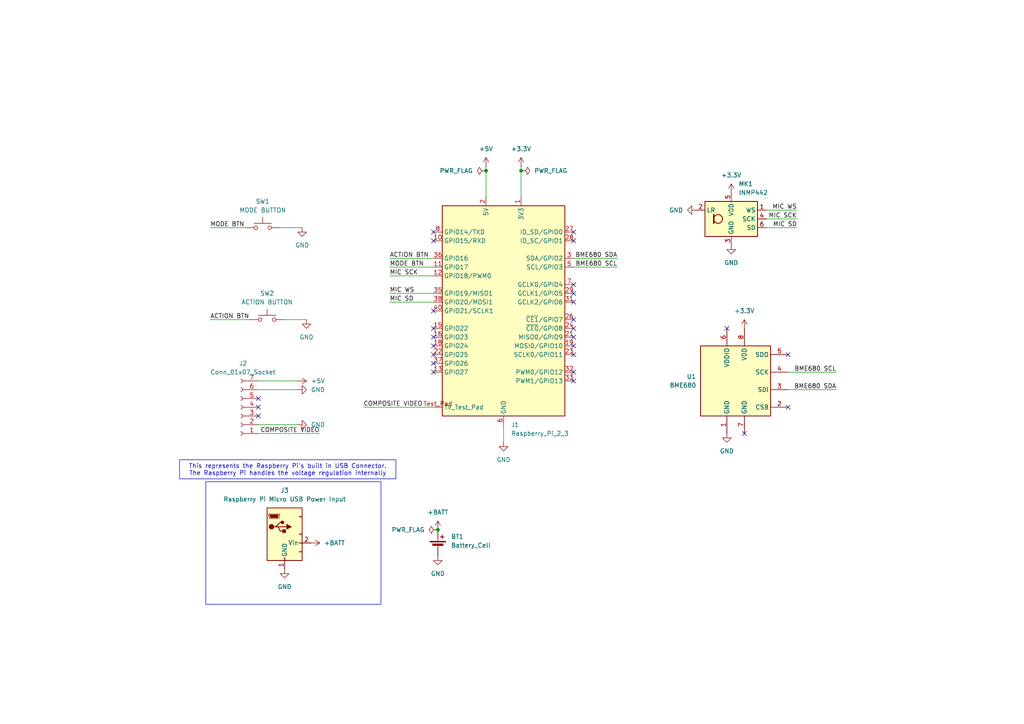
<source format=kicad_sch>
(kicad_sch (version 20250114) (generator "eeschema") (generator_version "9.0")
  (paper "A4")
  (title_block (title "Geek Goggles Raspberry Pi System") (date "2025-04-14") (comment 1 "Design by: Hayden Seivewright"))
  (lib_symbols
    (symbol "Connector:Conn_01x07_Socket" (pin_names (offset 1.016) (hide yes))
      (property "Reference" "J" (at 0 10.16 0))
      (property "Value" "Conn_01x07_Socket" (at 0 -10.16 0))
      (symbol "Conn_01x07_Socket_1_1"
        (polyline (pts (xy -1.27 7.62) (xy -0.508 7.62)) (stroke (width 0.1524)))
        (polyline (pts (xy -1.27 5.08) (xy -0.508 5.08)) (stroke (width 0.1524)))
        (polyline (pts (xy -1.27 2.54) (xy -0.508 2.54)) (stroke (width 0.1524)))
        (polyline (pts (xy -1.27 0) (xy -0.508 0)) (stroke (width 0.1524)))
        (polyline (pts (xy -1.27 -2.54) (xy -0.508 -2.54)) (stroke (width 0.1524)))
        (polyline (pts (xy -1.27 -5.08) (xy -0.508 -5.08)) (stroke (width 0.1524)))
        (polyline (pts (xy -1.27 -7.62) (xy -0.508 -7.62)) (stroke (width 0.1524)))
        (arc (start 0 7.112) (mid -0.5058 7.62) (end 0 8.128) (stroke (width 0.1524)))
        (arc (start 0 4.572) (mid -0.5058 5.08) (end 0 5.588) (stroke (width 0.1524)))
        (arc (start 0 2.032) (mid -0.5058 2.54) (end 0 3.048) (stroke (width 0.1524)))
        (arc (start 0 -0.508) (mid -0.5058 0) (end 0 0.508) (stroke (width 0.1524)))
        (arc (start 0 -3.048) (mid -0.5058 -2.54) (end 0 -2.032) (stroke (width 0.1524)))
        (arc (start 0 -5.588) (mid -0.5058 -5.08) (end 0 -4.572) (stroke (width 0.1524)))
        (arc (start 0 -8.128) (mid -0.5058 -7.62) (end 0 -7.112) (stroke (width 0.1524)))
        (pin passive line (at -5.08 7.62 0) (length 3.81) (name "Pin_1") (number "1"))
        (pin passive line (at -5.08 5.08 0) (length 3.81) (name "Pin_2") (number "2"))
        (pin passive line (at -5.08 2.54 0) (length 3.81) (name "Pin_3") (number "3"))
        (pin passive line (at -5.08 0 0) (length 3.81) (name "Pin_4") (number "4"))
        (pin passive line (at -5.08 -2.54 0) (length 3.81) (name "Pin_5") (number "5"))
        (pin passive line (at -5.08 -5.08 0) (length 3.81) (name "Pin_6") (number "6"))
        (pin passive line (at -5.08 -7.62 0) (length 3.81) (name "Pin_7") (number "7"))
      )
    )
    (symbol "Connector:Raspberry_Pi_2_3"
      (property "Reference" "J1" (at 2.1433 -33.02 0))
      (property "Value" "Raspberry_Pi_2_3" (at 2.1433 -35.56 0))
      (symbol "Raspberry_Pi_2_3_0_1"
        (rectangle (start -17.78 30.48) (end 17.78 -30.48) (stroke (width 0.254)) (fill (type background)))
      )
      (symbol "Raspberry_Pi_2_3_1_1"
        (pin bidirectional line (at -20.32 22.86 0) (length 2.54) (name "GPIO14/TXD") (number "8"))
        (pin bidirectional line (at -20.32 20.32 0) (length 2.54) (name "GPIO15/RXD") (number "10"))
        (pin bidirectional line (at -20.32 15.24 0) (length 2.54) (name "GPIO16") (number "36"))
        (pin bidirectional line (at -20.32 12.7 0) (length 2.54) (name "GPIO17") (number "11"))
        (pin bidirectional line (at -20.32 10.16 0) (length 2.54) (name "GPIO18/PWM0") (number "12"))
        (pin bidirectional line (at -20.32 5.08 0) (length 2.54) (name "GPIO19/MISO1") (number "35"))
        (pin bidirectional line (at -20.32 2.54 0) (length 2.54) (name "GPIO20/MOSI1") (number "38"))
        (pin bidirectional line (at -20.32 0 0) (length 2.54) (name "GPIO21/SCLK1") (number "40"))
        (pin bidirectional line (at -20.32 -5.08 0) (length 2.54) (name "GPIO22") (number "15"))
        (pin bidirectional line (at -20.32 -7.62 0) (length 2.54) (name "GPIO23") (number "16"))
        (pin bidirectional line (at -20.32 -10.16 0) (length 2.54) (name "GPIO24") (number "18"))
        (pin bidirectional line (at -20.32 -12.7 0) (length 2.54) (name "GPIO25") (number "22"))
        (pin bidirectional line (at -20.32 -15.24 0) (length 2.54) (name "GPIO26") (number "37"))
        (pin bidirectional line (at -20.32 -17.78 0) (length 2.54) (name "GPIO27") (number "13"))
        (pin input line (at -20.32 -27.94 0) (length 2.54) (name "TV_Test_Pad") (number "Test_Pad"))
        (pin power_in line (at -5.08 33.02 270) (length 2.54) (name "5V") (number "2"))
        (pin passive line (at -5.08 33.02 270) (length 2.54) (hide yes) (name "5V") (number "4"))
        (pin passive line (at 0 -33.02 90) (length 2.54) (hide yes) (name "GND") (number "14"))
        (pin passive line (at 0 -33.02 90) (length 2.54) (hide yes) (name "GND") (number "20"))
        (pin passive line (at 0 -33.02 90) (length 2.54) (hide yes) (name "GND") (number "25"))
        (pin passive line (at 0 -33.02 90) (length 2.54) (hide yes) (name "GND") (number "30"))
        (pin passive line (at 0 -33.02 90) (length 2.54) (hide yes) (name "GND") (number "34"))
        (pin passive line (at 0 -33.02 90) (length 2.54) (hide yes) (name "GND") (number "39"))
        (pin power_in line (at 0 -33.02 90) (length 2.54) (name "GND") (number "6"))
        (pin passive line (at 0 -33.02 90) (length 2.54) (hide yes) (name "GND") (number "9"))
        (pin power_in line (at 5.08 33.02 270) (length 2.54) (name "3V3") (number "1"))
        (pin passive line (at 5.08 33.02 270) (length 2.54) (hide yes) (name "3V3") (number "17"))
        (pin bidirectional line (at 20.32 22.86 180) (length 2.54) (name "ID_SD/GPIO0") (number "27"))
        (pin bidirectional line (at 20.32 20.32 180) (length 2.54) (name "ID_SC/GPIO1") (number "28"))
        (pin bidirectional line (at 20.32 15.24 180) (length 2.54) (name "SDA/GPIO2") (number "3"))
        (pin bidirectional line (at 20.32 12.7 180) (length 2.54) (name "SCL/GPIO3") (number "5"))
        (pin bidirectional line (at 20.32 7.62 180) (length 2.54) (name "GCLK0/GPIO4") (number "7"))
        (pin bidirectional line (at 20.32 5.08 180) (length 2.54) (name "GCLK1/GPIO5") (number "29"))
        (pin bidirectional line (at 20.32 2.54 180) (length 2.54) (name "GCLK2/GPIO6") (number "31"))
        (pin bidirectional line (at 20.32 -2.54 180) (length 2.54) (name "~{CE1}/GPIO7") (number "26"))
        (pin bidirectional line (at 20.32 -5.08 180) (length 2.54) (name "~{CE0}/GPIO8") (number "24"))
        (pin bidirectional line (at 20.32 -7.62 180) (length 2.54) (name "MISO0/GPIO9") (number "21"))
        (pin bidirectional line (at 20.32 -10.16 180) (length 2.54) (name "MOSI0/GPIO10") (number "19"))
        (pin bidirectional line (at 20.32 -12.7 180) (length 2.54) (name "SCLK0/GPIO11") (number "23"))
        (pin bidirectional line (at 20.32 -17.78 180) (length 2.54) (name "PWM0/GPIO12") (number "32"))
        (pin bidirectional line (at 20.32 -20.32 180) (length 2.54) (name "PWM1/GPIO13") (number "33"))
      )
    )
    (symbol "Connector:USB_B_Micro" (pin_names (offset 1.016))
      (property "Reference" "J3" (at 0 12.7 0))
      (property "Value" "Raspberry Pi Micro USB Power Input" (at 0 10.16 0))
      (symbol "USB_B_Micro_0_1"
        (rectangle (start -5.08 -7.62) (end 5.08 7.62) (stroke (width 0.254)) (fill (type background)))
        (polyline (pts (xy -4.699 5.842) (xy -4.699 5.588) (xy -4.445 4.826) (xy -4.445 4.572) (xy -1.651 4.572) (xy -1.651 4.826) (xy -1.397 5.588) (xy -1.397 5.842) (xy -4.699 5.842)))
        (polyline (pts (xy -4.318 5.588) (xy -1.778 5.588) (xy -2.032 4.826) (xy -4.064 4.826) (xy -4.318 5.588)) (fill (type outline)))
        (circle (center -3.81 2.159) (radius 0.635) (stroke (width 0.254)) (fill (type outline)))
        (polyline (pts (xy -3.175 2.159) (xy -2.54 2.159) (xy -1.27 3.429) (xy -0.635 3.429)) (stroke (width 0.254)))
        (polyline (pts (xy -2.54 2.159) (xy -1.905 2.159) (xy -1.27 0.889) (xy 0 0.889)) (stroke (width 0.254)))
        (polyline (pts (xy -1.905 2.159) (xy 0.635 2.159)) (stroke (width 0.254)))
        (circle (center -0.635 3.429) (radius 0.381) (stroke (width 0.254)) (fill (type outline)))
        (rectangle (start -0.127 -7.62) (end 0.127 -6.858))
        (rectangle (start 0.254 1.27) (end -0.508 0.508) (stroke (width 0.254)) (fill (type outline)))
        (polyline (pts (xy 0.635 2.794) (xy 0.635 1.524) (xy 1.905 2.159) (xy 0.635 2.794)) (stroke (width 0.254)) (fill (type outline)))
        (rectangle (start 5.08 4.953) (end 4.318 5.207))
        (rectangle (start 5.08 -0.127) (end 4.318 0.127))
        (rectangle (start 5.08 -2.667) (end 4.318 -2.413))
        (rectangle (start 5.08 -5.207) (end 4.318 -4.953))
      )
      (symbol "USB_B_Micro_1_1"
        (pin power_out line (at 0 -10.16 90) (length 2.54) (name "GND") (number "1"))
        (pin power_in line (at 7.62 -2.54 180) (length 2.54) (name "Vin") (number "2"))
      )
    )
    (symbol "Device:Battery_Cell" (pin_numbers (hide yes)) (pin_names (offset 0) (hide yes))
      (property "Reference" "BT" (at 2.54 2.54 0))
      (property "Value" "Battery_Cell" (at 2.54 0 0))
      (symbol "Battery_Cell_0_1"
        (rectangle (start -2.286 1.778) (end 2.286 1.524) (fill (type outline)))
        (rectangle (start -1.524 1.016) (end 1.524 0.508) (fill (type outline)))
        (polyline (pts (xy 0 1.778) (xy 0 2.54)))
        (polyline (pts (xy 0 0.762) (xy 0 0)))
        (polyline (pts (xy 0.762 3.048) (xy 1.778 3.048)) (stroke (width 0.254)))
        (polyline (pts (xy 1.27 3.556) (xy 1.27 2.54)) (stroke (width 0.254)))
      )
      (symbol "Battery_Cell_1_1"
        (pin passive line (at 0 5.08 270) (length 2.54) (name "+") (number "1"))
        (pin passive line (at 0 -2.54 90) (length 2.54) (name "-") (number "2"))
      )
    )
    (symbol "Sensor:BME680"
      (property "Reference" "U" (at -8.89 11.43 0))
      (property "Value" "BME680" (at 7.62 11.43 0))
      (symbol "BME680_0_1"
        (rectangle (start -10.16 10.16) (end 10.16 -10.16) (stroke (width 0.254)) (fill (type background)))
      )
      (symbol "BME680_1_1"
        (pin power_in line (at -2.54 15.24 270) (length 5.08) (name "VDDIO") (number "6"))
        (pin power_in line (at -2.54 -15.24 90) (length 5.08) (name "GND") (number "1"))
        (pin power_in line (at 2.54 15.24 270) (length 5.08) (name "VDD") (number "8"))
        (pin power_in line (at 2.54 -15.24 90) (length 5.08) (name "GND") (number "7"))
        (pin bidirectional line (at 15.24 7.62 180) (length 5.08) (name "SDO") (number "5"))
        (pin input line (at 15.24 2.54 180) (length 5.08) (name "SCK") (number "4"))
        (pin bidirectional line (at 15.24 -2.54 180) (length 5.08) (name "SDI") (number "3"))
        (pin input line (at 15.24 -7.62 180) (length 5.08) (name "CSB") (number "2"))
      )
    )
    (symbol "Sensor_Audio:ICS-43434"
      (property "Reference" "MK" (at -7.62 6.35 0))
      (property "Value" "ICS-43434" (at 1.27 6.35 0))
      (symbol "ICS-43434_1_1"
        (rectangle (start -7.62 5.08) (end 7.62 -5.08) (stroke (width 0.254)) (fill (type background)))
        (polyline (pts (xy -5.08 1.27) (xy -5.08 -1.27)) (stroke (width 0.381)))
        (circle (center -3.81 0) (radius 1.27) (stroke (width 0.254)))
        (pin input line (at -10.16 2.54 0) (length 2.54) (name "LR") (number "2"))
        (pin power_in line (at 0 7.62 270) (length 2.54) (name "VDD") (number "5"))
        (pin power_in line (at 0 -7.62 90) (length 2.54) (name "GND") (number "3"))
        (pin input line (at 10.16 2.54 180) (length 2.54) (name "WS") (number "1"))
        (pin input line (at 10.16 0 180) (length 2.54) (name "SCK") (number "4"))
        (pin output line (at 10.16 -2.54 180) (length 2.54) (name "SD") (number "6"))
      )
    )
    (symbol "Switch:SW_Push" (pin_numbers (hide yes)) (pin_names (offset 1.016) (hide yes))
      (property "Reference" "SW" (at 1.27 2.54 0))
      (property "Value" "SW_Push" (at 0 -1.524 0))
      (symbol "SW_Push_0_1"
        (circle (center -2.032 0) (radius 0.508))
        (polyline (pts (xy 0 1.27) (xy 0 3.048)))
        (circle (center 2.032 0) (radius 0.508))
        (polyline (pts (xy 2.54 1.27) (xy -2.54 1.27)))
        (pin passive line (at -5.08 0 0) (length 2.54) (name "1") (number "1"))
        (pin passive line (at 5.08 0 180) (length 2.54) (name "2") (number "2"))
      )
    )
    (symbol "power:+3.3V" (power) (pin_numbers (hide yes)) (pin_names (offset 0) (hide yes))
      (property "Value" "+3.3V" (at 0 3.556 0))
      (symbol "+3.3V_0_1"
        (polyline (pts (xy -0.762 1.27) (xy 0 2.54)))
        (polyline (pts (xy 0 2.54) (xy 0.762 1.27)))
        (polyline (pts (xy 0 0) (xy 0 2.54)))
      )
      (symbol "+3.3V_1_1"
        (pin power_in line (at 0 0 90) (length 0) (name "~") (number "1"))
      )
    )
    (symbol "power:+5V" (power) (pin_numbers (hide yes)) (pin_names (offset 0) (hide yes))
      (property "Value" "+5V" (at 0 3.556 0))
      (symbol "+5V_0_1"
        (polyline (pts (xy -0.762 1.27) (xy 0 2.54)))
        (polyline (pts (xy 0 2.54) (xy 0.762 1.27)))
        (polyline (pts (xy 0 0) (xy 0 2.54)))
      )
      (symbol "+5V_1_1"
        (pin power_in line (at 0 0 90) (length 0) (name "~") (number "1"))
      )
    )
    (symbol "power:+BATT" (power) (pin_numbers (hide yes)) (pin_names (offset 0) (hide yes))
      (property "Value" "+BATT" (at 0 3.556 0))
      (symbol "+BATT_0_1"
        (polyline (pts (xy -0.762 1.27) (xy 0 2.54)))
        (polyline (pts (xy 0 2.54) (xy 0.762 1.27)))
        (polyline (pts (xy 0 0) (xy 0 2.54)))
      )
      (symbol "+BATT_1_1"
        (pin power_in line (at 0 0 90) (length 0) (name "~") (number "1"))
      )
    )
    (symbol "power:GND" (power) (pin_numbers (hide yes)) (pin_names (offset 0) (hide yes))
      (property "Value" "GND" (at 0 -3.81 0))
      (symbol "GND_0_1"
        (polyline (pts (xy 0 0) (xy 0 -1.27) (xy 1.27 -1.27) (xy 0 -2.54) (xy -1.27 -1.27) (xy 0 -1.27)))
      )
      (symbol "GND_1_1"
        (pin power_in line (at 0 0 270) (length 0) (name "~") (number "1"))
      )
    )
    (symbol "power:PWR_FLAG" (power) (pin_numbers (hide yes)) (pin_names (offset 0) (hide yes))
      (property "Value" "PWR_FLAG" (at 0 3.81 0))
      (symbol "PWR_FLAG_0_0"
        (pin power_out line (at 0 0 90) (length 0) (name "~") (number "1"))
      )
      (symbol "PWR_FLAG_0_1"
        (polyline (pts (xy 0 0) (xy 0 1.27) (xy -1.016 1.905) (xy 0 2.54) (xy 1.016 1.905) (xy 0 1.27)))
      )
    )
  )
  (rectangle (start 59.69 139.7) (end 110.49 175.26))
  (rectangle (start 59.6646 151.1046) (end 59.69 151.13))
  (text_box "This represents the Raspberry Pi's built in USB Connector. The Raspberry Pi handles the voltage regulation internally" (at 52.07 133.35 0) (size 62.7606 5.53) (margins 0.9525 0.9525 0.9525 0.9525) (effects (font (size 1.27 1.27))))
  (junction (at 151.13 49.53))
  (junction (at 140.97 49.53))
  (junction (at 127 153.67))
  (no_connect (at 125.73 90.17))
  (no_connect (at 166.37 92.71))
  (no_connect (at 228.6 102.87))
  (no_connect (at 166.37 87.63))
  (no_connect (at 125.73 100.33))
  (no_connect (at 125.73 69.85))
  (no_connect (at 215.9 125.73))
  (no_connect (at 125.73 107.95))
  (no_connect (at 166.37 100.33))
  (no_connect (at 166.37 82.55))
  (no_connect (at 74.93 120.65))
  (no_connect (at 166.37 67.31))
  (no_connect (at 166.37 69.85))
  (no_connect (at 74.93 118.11))
  (no_connect (at 166.37 97.79))
  (no_connect (at 125.73 105.41))
  (no_connect (at 166.37 107.95))
  (no_connect (at 166.37 102.87))
  (no_connect (at 74.93 115.57))
  (no_connect (at 125.73 67.31))
  (no_connect (at 125.73 95.25))
  (no_connect (at 125.73 102.87))
  (no_connect (at 166.37 95.25))
  (no_connect (at 228.6 118.11))
  (no_connect (at 166.37 85.09))
  (no_connect (at 210.82 95.25))
  (no_connect (at 166.37 110.49))
  (no_connect (at 125.73 97.79))
  (wire (pts (xy 222.25 60.96) (xy 231.14 60.96)))
  (wire (pts (xy 113.03 74.93) (xy 125.73 74.93)))
  (wire (pts (xy 74.93 125.73) (xy 92.71 125.73)))
  (wire (pts (xy 151.13 49.53) (xy 151.13 57.15)))
  (wire (pts (xy 113.03 80.01) (xy 125.73 80.01)))
  (wire (pts (xy 228.6 107.95) (xy 242.57 107.95)))
  (wire (pts (xy 60.96 66.04) (xy 71.12 66.04)))
  (wire (pts (xy 81.28 66.04) (xy 87.63 66.04)))
  (wire (pts (xy 74.93 113.03) (xy 86.36 113.03)))
  (wire (pts (xy 82.55 92.71) (xy 88.9 92.71)))
  (wire (pts (xy 146.05 123.19) (xy 146.05 128.27)))
  (wire (pts (xy 113.03 87.63) (xy 125.73 87.63)))
  (wire (pts (xy 105.41 118.11) (xy 125.73 118.11)))
  (wire (pts (xy 113.03 85.09) (xy 125.73 85.09)))
  (wire (pts (xy 60.96 92.71) (xy 72.39 92.71)))
  (wire (pts (xy 228.6 113.03) (xy 242.57 113.03)))
  (wire (pts (xy 222.25 66.04) (xy 231.14 66.04)))
  (wire (pts (xy 140.97 48.26) (xy 140.97 49.53)))
  (wire (pts (xy 140.97 49.53) (xy 140.97 57.15)))
  (wire (pts (xy 74.93 110.49) (xy 86.36 110.49)))
  (wire (pts (xy 74.93 123.19) (xy 86.36 123.19)))
  (wire (pts (xy 222.25 63.5) (xy 231.14 63.5)))
  (wire (pts (xy 166.37 77.47) (xy 179.07 77.47)))
  (wire (pts (xy 113.03 77.47) (xy 125.73 77.47)))
  (wire (pts (xy 151.13 48.26) (xy 151.13 49.53)))
  (wire (pts (xy 166.37 74.93) (xy 179.07 74.93)))
  (label "COMPOSITE VIDEO" (at 92.71 125.73 180))
  (label "ACTION BTN" (at 60.96 92.71 0))
  (label "MODE BTN" (at 60.96 66.04 0))
  (label "MIC SCK" (at 113.03 80.01 0))
  (label "MIC WS" (at 231.14 60.96 180))
  (label "MIC SCK" (at 231.14 63.5 180))
  (label "BME680 SCL" (at 179.07 77.47 180))
  (label "COMPOSITE VIDEO" (at 105.41 118.11 0))
  (label "BME680 SCL" (at 242.57 107.95 180))
  (label "MIC SD" (at 113.03 87.63 0))
  (label "BME680 SDA" (at 179.07 74.93 180))
  (label "ACTION BTN" (at 113.03 74.93 0))
  (label "BME680 SDA" (at 242.57 113.03 180))
  (label "MIC WS" (at 113.03 85.09 0))
  (label "MODE BTN" (at 113.03 77.47 0))
  (label "MIC SD" (at 231.14 66.04 180))
  (symbol (lib_id "power:+5V") (at 140.97 48.26 0) (unit 1)
    (property "Reference" "#PWR02" (effects (hide yes)))
    (property "Value" "+5V" (at 140.97 43.18 0))
    (property "Description" "Power symbol creates a global label with name \"+5V\"" (effects (hide yes)))
  )
  (symbol (lib_id "power:+5V") (at 86.36 110.49 270) (unit 1)
    (property "Reference" "#PWR011" (effects (hide yes)))
    (property "Value" "+5V" (at 90.17 110.4899 90) (effects (justify left)))
    (property "Description" "Power symbol creates a global label with name \"+5V\"" (effects (hide yes)))
  )
  (symbol (lib_id "Connector:USB_B_Micro") (at 82.55 154.94 0) (unit 1)
    (property "Reference" "J3" (at 82.55 142.24 0))
    (property "Value" "Raspberry Pi Micro USB Power Input" (at 82.55 144.78 0))
    (property "Description" "USB Micro Type B connector" (effects (hide yes)))
  )
  (symbol (lib_id "Sensor:BME680") (at 213.36 110.49 0) (unit 1)
    (property "Reference" "U1" (at 201.93 109.2199 0) (effects (justify right)))
    (property "Value" "BME680" (at 201.93 111.7599 0) (effects (justify right)))
    (property "Footprint" "Package_LGA:Bosch_LGA-8_3x3mm_P0.8mm_ClockwisePinNumbering" (effects (hide yes)))
    (property "Datasheet" "https://ae-bst.resource.bosch.com/media/_tech/media/datasheets/BST-BME680-DS001.pdf" (effects (hide yes)))
    (property "Description" "4-in-1 sensor, gas, humidity, pressure, temperature, I2C and SPI interface, 1.71-3.6V, LGA-8" (effects (hide yes)))
  )
  (symbol (lib_id "Switch:SW_Push") (at 77.47 92.71 0) (unit 1)
    (property "Reference" "SW2" (at 77.47 85.09 0))
    (property "Value" "ACTION BUTTON" (at 77.47 87.63 0))
    (property "Description" "Push button switch, generic, two pins" (effects (hide yes)))
  )
  (symbol (lib_id "power:GND") (at 201.93 60.96 270) (unit 1)
    (property "Reference" "#PWR04" (effects (hide yes)))
    (property "Value" "GND" (at 198.12 60.9599 90) (effects (justify right)))
    (property "Description" "Power symbol creates a global label with name \"GND\" , ground" (effects (hide yes)))
  )
  (symbol (lib_id "power:GND") (at 86.36 123.19 90) (unit 1)
    (property "Reference" "#PWR012" (effects (hide yes)))
    (property "Value" "GND" (at 90.17 123.1899 90) (effects (justify right)))
    (property "Description" "Power symbol creates a global label with name \"GND\" , ground" (effects (hide yes)))
  )
  (symbol (lib_id "power:+3.3V") (at 212.09 55.88 0) (unit 1)
    (property "Reference" "#PWR05" (effects (hide yes)))
    (property "Value" "+3.3V" (at 212.09 50.8 0))
    (property "Description" "Power symbol creates a global label with name \"+3.3V\"" (effects (hide yes)))
  )
  (symbol (lib_id "power:PWR_FLAG") (at 140.97 49.53 90) (unit 1)
    (property "Reference" "#FLG02" (effects (hide yes)))
    (property "Value" "PWR_FLAG" (at 137.16 49.5299 90) (effects (justify left)))
    (property "Description" "Special symbol for telling ERC where power comes from" (effects (hide yes)))
  )
  (symbol (lib_id "power:PWR_FLAG") (at 151.13 49.53 270) (unit 1)
    (property "Reference" "#FLG03" (effects (hide yes)))
    (property "Value" "PWR_FLAG" (at 154.94 49.5299 90) (effects (justify left)))
    (property "Description" "Special symbol for telling ERC where power comes from" (effects (hide yes)))
  )
  (symbol (lib_id "power:GND") (at 210.82 125.73 0) (unit 1)
    (property "Reference" "#PWR07" (effects (hide yes)))
    (property "Value" "GND" (at 210.82 130.81 0))
    (property "Description" "Power symbol creates a global label with name \"GND\" , ground" (effects (hide yes)))
  )
  (symbol (lib_id "power:GND") (at 88.9 92.71 0) (unit 1)
    (property "Reference" "#PWR010" (effects (hide yes)))
    (property "Value" "GND" (at 88.9 97.79 0))
    (property "Description" "Power symbol creates a global label with name \"GND\" , ground" (effects (hide yes)))
  )
  (symbol (lib_id "power:GND") (at 87.63 66.04 0) (unit 1)
    (property "Reference" "#PWR09" (effects (hide yes)))
    (property "Value" "GND" (at 87.63 71.12 0))
    (property "Description" "Power symbol creates a global label with name \"GND\" , ground" (effects (hide yes)))
  )
  (symbol (lib_id "power:+BATT") (at 90.17 157.48 270) (unit 1)
    (property "Reference" "#PWR020" (effects (hide yes)))
    (property "Value" "+BATT" (at 93.98 157.4799 90) (effects (justify left)))
    (property "Description" "Power symbol creates a global label with name \"+BATT\"" (effects (hide yes)))
  )
  (symbol (lib_id "Device:Battery_Cell") (at 127 158.75 0) (unit 1)
    (property "Reference" "BT1" (at 130.81 155.6384 0) (effects (justify left)))
    (property "Value" "Battery_Cell" (at 130.81 158.1784 0) (effects (justify left)))
    (property "Description" "Single-cell battery" (effects (hide yes)))
  )
  (symbol (lib_id "Sensor_Audio:ICS-43434") (at 212.09 63.5 0) (unit 1)
    (property "Reference" "MK1" (at 214.2333 53.34 0) (effects (justify left)))
    (property "Value" "INMP442" (at 214.2333 55.88 0) (effects (justify left)))
    (property "Footprint" "Sensor_Audio:InvenSense_ICS-43434-6_3.5x2.65mm" (effects (hide yes)))
    (property "Description" "INMP441 MEMS Microphone, 24-bit I2S, 65 dBA SNR, LGA-6" (effects (hide yes)))
  )
  (symbol (lib_id "power:+3.3V") (at 151.13 48.26 0) (unit 1)
    (property "Reference" "#PWR01" (effects (hide yes)))
    (property "Value" "+3.3V" (at 151.13 43.18 0))
    (property "Description" "Power symbol creates a global label with name \"+3.3V\"" (effects (hide yes)))
  )
  (symbol (lib_id "power:GND") (at 86.36 113.03 90) (unit 1)
    (property "Reference" "#PWR013" (effects (hide yes)))
    (property "Value" "GND" (at 90.17 113.0299 90) (effects (justify right)))
    (property "Description" "Power symbol creates a global label with name \"GND\" , ground" (effects (hide yes)))
  )
  (symbol (lib_id "power:GND") (at 127 161.29 0) (unit 1)
    (property "Reference" "#PWR017" (effects (hide yes)))
    (property "Value" "GND" (at 127 166.37 0))
    (property "Description" "Power symbol creates a global label with name \"GND\" , ground" (effects (hide yes)))
  )
  (symbol (lib_id "power:GND") (at 82.55 165.1 0) (unit 1)
    (property "Reference" "#PWR016" (effects (hide yes)))
    (property "Value" "GND" (at 82.55 170.18 0))
    (property "Description" "Power symbol creates a global label with name \"GND\" , ground" (effects (hide yes)))
  )
  (symbol (lib_id "power:PWR_FLAG") (at 127 153.67 90) (unit 1)
    (property "Reference" "#FLG01" (effects (hide yes)))
    (property "Value" "PWR_FLAG" (at 123.19 153.6699 90) (effects (justify left)))
    (property "Description" "Special symbol for telling ERC where power comes from" (effects (hide yes)))
  )
  (symbol (lib_id "power:GND") (at 212.09 71.12 0) (unit 1)
    (property "Reference" "#PWR06" (effects (hide yes)))
    (property "Value" "GND" (at 212.09 76.2 0))
    (property "Description" "Power symbol creates a global label with name \"GND\" , ground" (effects (hide yes)))
  )
  (symbol (lib_id "power:+3.3V") (at 215.9 95.25 0) (unit 1)
    (property "Reference" "#PWR08" (effects (hide yes)))
    (property "Value" "+3.3V" (at 215.9 90.17 0))
    (property "Description" "Power symbol creates a global label with name \"+3.3V\"" (effects (hide yes)))
  )
  (symbol (lib_id "Connector:Raspberry_Pi_2_3") (at 146.05 90.17 0) (unit 1)
    (property "Reference" "J1" (at 148.1933 123.19 0) (effects (justify left)))
    (property "Value" "Raspberry_Pi_2_3" (at 148.1933 125.73 0) (effects (justify left)))
    (property "Datasheet" "https://www.raspberrypi.org/documentation/hardware/raspberrypi/schematics/rpi_SCH_3bplus_1p0_reduced.pdf" (effects (hide yes)))
    (property "Description" "expansion header for Raspberry Pi 2 & 3" (effects (hide yes)))
  )
  (symbol (lib_id "power:GND") (at 146.05 128.27 0) (unit 1)
    (property "Reference" "#PWR03" (effects (hide yes)))
    (property "Value" "GND" (at 146.05 133.35 0))
    (property "Description" "Power symbol creates a global label with name \"GND\" , ground" (effects (hide yes)))
  )
  (symbol (lib_id "Connector:Conn_01x07_Socket") (at 69.85 118.11 180) (unit 1)
    (property "Reference" "J2" (at 70.485 105.41 0))
    (property "Value" "Conn_01x07_Socket" (at 70.485 107.95 0))
    (property "Description" "Generic connector, single row, 01x07, script generated" (effects (hide yes)))
  )
  (symbol (lib_id "power:+BATT") (at 127 153.67 0) (unit 1)
    (property "Reference" "#PWR018" (effects (hide yes)))
    (property "Value" "+BATT" (at 127 148.59 0))
    (property "Description" "Power symbol creates a global label with name \"+BATT\"" (effects (hide yes)))
  )
  (symbol (lib_id "Switch:SW_Push") (at 76.2 66.04 0) (unit 1)
    (property "Reference" "SW1" (at 76.2 58.42 0))
    (property "Value" "MODE BUTTON" (at 76.2 60.96 0))
    (property "Description" "Push button switch, generic, two pins" (effects (hide yes)))
  )
)
</source>
